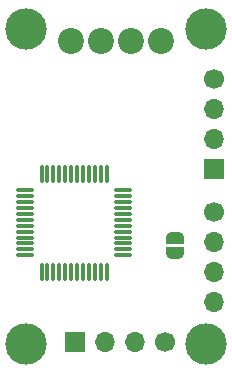
<source format=gbs>
G04 #@! TF.GenerationSoftware,KiCad,Pcbnew,7.0.7*
G04 #@! TF.CreationDate,2023-10-16T22:19:58-07:00*
G04 #@! TF.ProjectId,DeploymentBoardV2.0,4465706c-6f79-46d6-956e-74426f617264,rev?*
G04 #@! TF.SameCoordinates,Original*
G04 #@! TF.FileFunction,Soldermask,Bot*
G04 #@! TF.FilePolarity,Negative*
%FSLAX46Y46*%
G04 Gerber Fmt 4.6, Leading zero omitted, Abs format (unit mm)*
G04 Created by KiCad (PCBNEW 7.0.7) date 2023-10-16 22:19:58*
%MOMM*%
%LPD*%
G01*
G04 APERTURE LIST*
G04 Aperture macros list*
%AMRoundRect*
0 Rectangle with rounded corners*
0 $1 Rounding radius*
0 $2 $3 $4 $5 $6 $7 $8 $9 X,Y pos of 4 corners*
0 Add a 4 corners polygon primitive as box body*
4,1,4,$2,$3,$4,$5,$6,$7,$8,$9,$2,$3,0*
0 Add four circle primitives for the rounded corners*
1,1,$1+$1,$2,$3*
1,1,$1+$1,$4,$5*
1,1,$1+$1,$6,$7*
1,1,$1+$1,$8,$9*
0 Add four rect primitives between the rounded corners*
20,1,$1+$1,$2,$3,$4,$5,0*
20,1,$1+$1,$4,$5,$6,$7,0*
20,1,$1+$1,$6,$7,$8,$9,0*
20,1,$1+$1,$8,$9,$2,$3,0*%
%AMFreePoly0*
4,1,19,0.500000,-0.750000,0.000000,-0.750000,0.000000,-0.744911,-0.071157,-0.744911,-0.207708,-0.704816,-0.327430,-0.627875,-0.420627,-0.520320,-0.479746,-0.390866,-0.500000,-0.250000,-0.500000,0.250000,-0.479746,0.390866,-0.420627,0.520320,-0.327430,0.627875,-0.207708,0.704816,-0.071157,0.744911,0.000000,0.744911,0.000000,0.750000,0.500000,0.750000,0.500000,-0.750000,0.500000,-0.750000,
$1*%
%AMFreePoly1*
4,1,19,0.000000,0.744911,0.071157,0.744911,0.207708,0.704816,0.327430,0.627875,0.420627,0.520320,0.479746,0.390866,0.500000,0.250000,0.500000,-0.250000,0.479746,-0.390866,0.420627,-0.520320,0.327430,-0.627875,0.207708,-0.704816,0.071157,-0.744911,0.000000,-0.744911,0.000000,-0.750000,-0.500000,-0.750000,-0.500000,0.750000,0.000000,0.750000,0.000000,0.744911,0.000000,0.744911,
$1*%
G04 Aperture macros list end*
%ADD10C,3.500000*%
%ADD11C,1.700000*%
%ADD12O,1.700000X1.700000*%
%ADD13R,1.700000X1.700000*%
%ADD14C,2.200000*%
%ADD15RoundRect,0.075000X-0.662500X-0.075000X0.662500X-0.075000X0.662500X0.075000X-0.662500X0.075000X0*%
%ADD16RoundRect,0.075000X-0.075000X-0.662500X0.075000X-0.662500X0.075000X0.662500X-0.075000X0.662500X0*%
%ADD17FreePoly0,90.000000*%
%ADD18FreePoly1,90.000000*%
G04 APERTURE END LIST*
D10*
X43180000Y-54610000D03*
X27940000Y-54610000D03*
X27940000Y-27940000D03*
X43180000Y-27940000D03*
D11*
X43815000Y-32156400D03*
D12*
X43815000Y-34696400D03*
X43815000Y-37236400D03*
D13*
X43815000Y-39776400D03*
D11*
X43815000Y-43434000D03*
D12*
X43815000Y-45974000D03*
X43815000Y-48514000D03*
X43815000Y-51054000D03*
D11*
X39700200Y-54432200D03*
D12*
X37160200Y-54432200D03*
X34620200Y-54432200D03*
D13*
X32080200Y-54432200D03*
D14*
X31750000Y-28930000D03*
X34290000Y-28930000D03*
X36830000Y-28930000D03*
X39370000Y-28930000D03*
D15*
X27827500Y-47062500D03*
X27827500Y-46562500D03*
X27827500Y-46062500D03*
X27827500Y-45562500D03*
X27827500Y-45062500D03*
X27827500Y-44562500D03*
X27827500Y-44062500D03*
X27827500Y-43562500D03*
X27827500Y-43062500D03*
X27827500Y-42562500D03*
X27827500Y-42062500D03*
X27827500Y-41562500D03*
D16*
X29240000Y-40150000D03*
X29740000Y-40150000D03*
X30240000Y-40150000D03*
X30740000Y-40150000D03*
X31240000Y-40150000D03*
X31740000Y-40150000D03*
X32240000Y-40150000D03*
X32740000Y-40150000D03*
X33240000Y-40150000D03*
X33740000Y-40150000D03*
X34240000Y-40150000D03*
X34740000Y-40150000D03*
D15*
X36152500Y-41562500D03*
X36152500Y-42062500D03*
X36152500Y-42562500D03*
X36152500Y-43062500D03*
X36152500Y-43562500D03*
X36152500Y-44062500D03*
X36152500Y-44562500D03*
X36152500Y-45062500D03*
X36152500Y-45562500D03*
X36152500Y-46062500D03*
X36152500Y-46562500D03*
X36152500Y-47062500D03*
D16*
X34740000Y-48475000D03*
X34240000Y-48475000D03*
X33740000Y-48475000D03*
X33240000Y-48475000D03*
X32740000Y-48475000D03*
X32240000Y-48475000D03*
X31740000Y-48475000D03*
X31240000Y-48475000D03*
X30740000Y-48475000D03*
X30240000Y-48475000D03*
X29740000Y-48475000D03*
X29240000Y-48475000D03*
D17*
X40554600Y-46892400D03*
D18*
X40554600Y-45592400D03*
M02*

</source>
